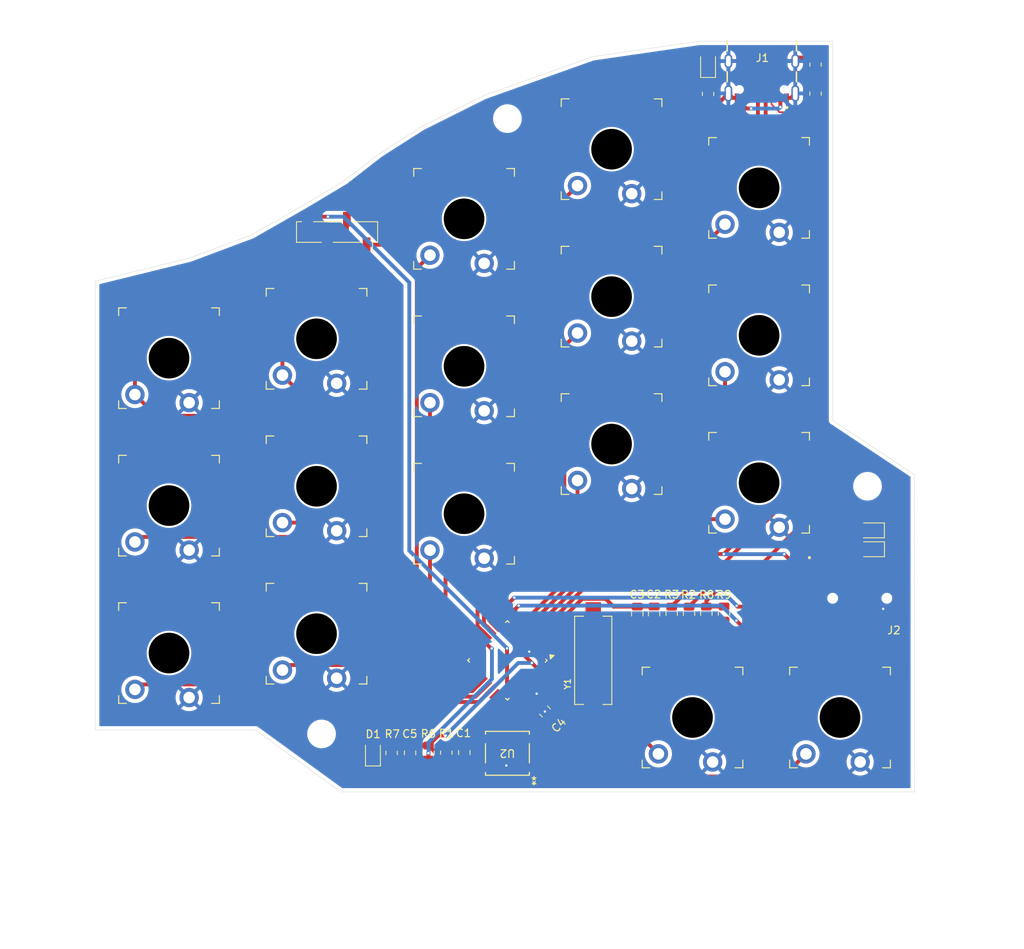
<source format=kicad_pcb>
(kicad_pcb (version 20240108) (generator "pcbnew") (generator_version "8.0")
  (layers (0 "F.Cu" signal) (31 "B.Cu" signal) (34 "B.Paste" user) (35 "F.Paste" user) (36 "B.SilkS" user "B.Silkscreen") (37 "F.SilkS" user "F.Silkscreen") (38 "B.Mask" user) (39 "F.Mask" user) (44 "Edge.Cuts" user))
  (net 0 "")
  (net 1 "GND")
  (net 2 "RST")
  (net 3 "Net-(U1-XTAL1)")
  (net 4 "Net-(U1-PC0{slash}XTAL2)")
  (net 5 "Net-(U1-UCAP)")
  (net 6 "VCC")
  (net 7 "Net-(D1-K)")
  (net 8 "TX")
  (net 9 "Net-(D2-K)")
  (net 10 "Net-(D3-K)")
  (net 11 "RX")
  (net 12 "Net-(D4-K)")
  (net 13 "Net-(J1-CC1)")
  (net 15 "K3")
  (net 16 "K2")
  (net 17 "K4")
  (net 18 "Net-(U1-D+)")
  (net 19 "Net-(U1-D-)")
  (net 20 "K1")
  (net 21 "K5")
  (net 22 "K6")
  (net 23 "K7")
  (net 24 "K8")
  (net 25 "K9")
  (net 26 "K10")
  (net 27 "K11")
  (net 28 "K12")
  (net 29 "K13")
  (net 30 "K14")
  (net 31 "K15")
  (net 32 "K16")
  (net 33 "K17")
  (net 34 "Net-(D1-A)")
  (net 36 "D+")
  (net 37 "D-")
  (net 38 "Net-(J1-CC2)")
  (footprint "LED_SMD:LED_0805_2012Metric" (layer "F.Cu") (at 141.63 140.95 90)
    (property "Reference" "D1")
    (property "Value" "LED" (hide yes))
  )
  (footprint "Resistor_SMD:R_0805_2012Metric" (layer "F.Cu") (at 148.8 140.91 -90)
    (property "Reference" "R6")
    (property "Value" "10k" (hide yes))
  )
  (footprint "Mech_Keyboard:SW_Gateron_LowProfile_THT_New" (layer "F.Cu") (at 172.45 62.95)
    (property "Reference" "S4" (hide yes))
    (property "Value" "Keyswitch" (hide yes))
  )
  (footprint "Mech_Keyboard:SW_Gateron_LowProfile_THT_New" (layer "F.Cu") (at 153.4 71.95)
    (property "Reference" "S3" (hide yes))
    (property "Value" "Keyswitch" (hide yes))
  )
  (footprint "Resistor_SMD:R_0805_2012Metric" (layer "F.Cu") (at 184.91 55.81 90)
    (property "Reference" "R10" (hide yes))
    (property "Value" "220" (hide yes))
  )
  (footprint "Mech_Keyboard:SMT_FS" (layer "F.Cu") (at 159 141 180)
    (property "Reference" "U2")
    (property "Value" "PTS526 SK15 SMTR2 LFS")
  )
  (footprint "Mech_Keyboard:SW_Gateron_LowProfile_THT_New" (layer "F.Cu") (at 134.35 87.45)
    (property "Reference" "S2" (hide yes))
    (property "Value" "Keyswitch" (hide yes))
  )
  (footprint "Mech_Keyboard:GCT_USB4105-GF-A" (layer "F.Cu") (at 191.851033 51.565677 180)
    (property "Reference" "J1")
    (property "Value" "USB4105-GF-A" (hide yes))
  )
  (footprint "MountingHole:MountingHole_3.2mm_M3" (layer "F.Cu") (at 135 138.5)
    (property "Reference" "REF**" (hide yes))
    (property "Value" "MountingHole_3.2mm_M3" (hide yes))
  )
  (footprint "Capacitor_SMD:C_0805_2012Metric" (layer "F.Cu") (at 163.84 135.6 135)
    (property "Reference" "C4")
    (property "Value" "1uf" (hide yes))
  )
  (footprint "Mech_Keyboard:SW_Gateron_LowProfile_THT_New" (layer "F.Cu") (at 191.5 87)
    (property "Reference" "S10" (hide yes))
    (property "Value" "Keyswitch" (hide yes))
  )
  (footprint "Package_QFP:TQFP-32_7x7mm_P0.8mm" (layer "F.Cu") (at 159 129 -135)
    (property "Reference" "U1" (hide yes))
    (property "Value" "ATmega32U2-A" (hide yes))
  )
  (footprint "Resistor_SMD:R_0805_2012Metric" (layer "F.Cu") (at 184.69 122.96 -90)
    (property "Reference" "R8")
    (property "Value" "220" (hide yes))
  )
  (footprint "Mech_Keyboard:SW_Gateron_LowProfile_THT_New" (layer "F.Cu") (at 191.5 106.05)
    (property "Reference" "S15" (hide yes))
    (property "Value" "Keyswitch" (hide yes))
  )
  (footprint "Capacitor_SMD:C_0805_2012Metric" (layer "F.Cu") (at 177.94 122.99 -90)
    (property "Reference" "C2")
    (property "Value" "20pf" (hide yes))
  )
  (footprint "Mech_Keyboard:SW_Gateron_LowProfile_THT_New" (layer "F.Cu") (at 182.9 136.375)
    (property "Reference" "S16" (hide yes))
    (property "Value" "Keyswitch" (hide yes))
  )
  (footprint "Mech_Keyboard:SW_Gateron_LowProfile_THT_New" (layer "F.Cu") (at 134.35 106.5)
    (property "Reference" "S7" (hide yes))
    (property "Value" "Keyswitch" (hide yes))
  )
  (footprint "Capacitor_SMD:C_0805_2012Metric" (layer "F.Cu") (at 146.43 140.95 90)
    (property "Reference" "C5")
    (property "Value" "1uf" (hide yes))
  )
  (footprint "Mech_Keyboard:SW_Gateron_LowProfile_THT_New" (layer "F.Cu") (at 115.3 89.95)
    (property "Reference" "S1" (hide yes))
    (property "Value" "Keyswitch" (hide yes))
  )
  (footprint "Capacitor_SMD:C_0805_2012Metric" (layer "F.Cu") (at 175.77 123 90)
    (property "Reference" "C3")
    (property "Value" "20pf" (hide yes))
  )
  (footprint "Connector_PinSocket_2.54mm:PinSocket_1x04_P2.54mm_Vertical_SMD_Pin1Right" (layer "F.Cu") (at 137 73.65 -90)
    (property "Reference" "J3" (hide yes))
    (property "Value" "Conn_01x04_Pin" (hide yes))
  )
  (footprint "Resistor_SMD:R_0805_2012Metric" (layer "F.Cu") (at 182.45 122.97 -90)
    (property "Reference" "R2")
    (property "Value" "22" (hide yes))
  )
  (footprint "Mech_Keyboard:SW_Gateron_LowProfile_THT_New" (layer "F.Cu") (at 191.5 67.95)
    (property "Reference" "S5" (hide yes))
    (property "Value" "Keyswitch" (hide yes))
  )
  (footprint "MountingHole:MountingHole_3.2mm_M3" (layer "F.Cu") (at 205.5 106.5)
    (property "Reference" "REF**" (hide yes))
    (property "Value" "MountingHole_3.2mm_M3" (hide yes))
  )
  (footprint "Mech_Keyboard:SW_Gateron_LowProfile_THT_New" (layer "F.Cu") (at 115.3 128.05)
    (property "Reference" "S11" (hide yes))
    (property "Value" "Keyswitch" (hide yes))
  )
  (footprint "Resistor_SMD:R_0805_2012Metric" (layer "F.Cu") (at 198.79 55.77 -90)
    (property "Reference" "R4" (hide yes))
    (property "Value" "5.1k" (hide yes))
  )
  (footprint "Resistor_SMD:R_0805_2012Metric" (layer "F.Cu") (at 186.97 122.95 -90)
    (property "Reference" "R9")
    (property "Value" "220" (hide yes))
  )
  (footprint "Mech_Keyboard:SW_Gateron_LowProfile_THT_New" (layer "F.Cu") (at 172.45 82)
    (property "Reference" "S9" (hide yes))
    (property "Value" "Keyswitch" (hide yes))
  )
  (footprint "Mech_Keyboard:SW_Gateron_LowProfile_THT_New" (layer "F.Cu") (at 153.4 91)
    (property "Reference" "S8" (hide yes))
    (property "Value" "Keyswitch" (hide yes))
  )
  (footprint "Capacitor_SMD:C_0805_2012Metric" (layer "F.Cu") (at 153.43 140.91 -90)
    (property "Reference" "C1")
    (property "Value" "1uf" (hide yes))
  )
  (footprint "Resistor_SMD:R_0805_2012Metric" (layer "F.Cu") (at 180.21 122.97 -90)
    (property "Reference" "R3")
    (property "Value" "22" (hide yes))
  )
  (footprint "Mech_Keyboard:SW_Gateron_LowProfile_THT_New" (layer "F.Cu") (at 172.45 101.05)
    (property "Reference" "S14" (hide yes))
    (property "Value" "Keyswitch" (hide yes))
  )
  (footprint "Mech_Keyboard:SW_Gateron_LowProfile_THT_New" (layer "F.Cu") (at 115.3 109)
    (property "Reference" "S6" (hide yes))
    (property "Value" "Keyswitch" (hide yes))
  )
  (footprint "LED_SMD:LED_0805_2012Metric" (layer "F.Cu") (at 184.91 52 90)
    (property "Reference" "D4" (hide yes))
    (property "Value" "LED" (hide yes))
  )
  (footprint "Resistor_SMD:R_0805_2012Metric" (layer "F.Cu") (at 198.79 52.03 90)
    (property "Reference" "R5" (hide yes))
    (property "Value" "5.1k" (hide yes))
  )
  (footprint "Mech_Keyboard:SAMESKY_SJ2-3574A-SMT-TR" (layer "F.Cu") (at 204.497982 120.973578 90)
    (property "Reference" "J2")
    (property "Value" "SJ2-3574A-SMT-TR" (hide yes))
  )
  (footprint "Mech_Keyboard:SW_Gateron_LowProfile_THT_New" (layer "F.Cu") (at 134.35 125.55)
    (property "Reference" "S12" (hide yes))
    (property "Value" "Keyswitch" (hide yes))
  )
  (footprint "MountingHole:MountingHole_3.2mm_M3" (layer "F.Cu") (at 159 59)
    (property "Reference" "REF**" (hide yes))
    (property "Value" "MountingHole_3.2mm_M3" (hide yes))
  )
  (footprint "Mech_Keyboard:SW_Gateron_LowProfile_THT_New" (layer "F.Cu") (at 153.4 110.05)
    (property "Reference" "S13" (hide yes))
    (property "Value" "Keyswitch" (hide yes))
  )
  (footprint "Mech_Keyboard:SW_Gateron_LowProfile_THT_New" (layer "F.Cu") (at 201.95 136.375)
    (property "Reference" "S17" (hide yes))
    (property "Value" "Keyswitch" (hide yes))
  )
  (footprint "Resistor_SMD:R_0805_2012Metric" (layer "F.Cu") (at 151.1 140.92 90)
    (property "Reference" "R1")
    (property "Value" "10k" (hide yes))
  )
  (footprint "Mech_Keyboard:XTAL_ECS-160-20-5PX-TR" (layer "F.Cu") (at 170.08 128.99 90)
    (property "Reference" "Y1")
    (property "Value" "16MHz" (hide yes))
  )
  (footprint "Resistor_SMD:R_0805_2012Metric" (layer "F.Cu") (at 144.04 140.9575 90)
    (property "Reference" "R7")
    (property "Value" "220" (hide yes))
  )
  (footprint "LED_SMD:LED_0805_2012Metric" (layer "F.Cu") (at 205.99 112.2 180)
    (property "Reference" "D2" (hide yes))
    (property "Value" "LED" (hide yes))
  )
  (footprint "LED_SMD:LED_0805_2012Metric" (layer "F.Cu") (at 206 114.64 180)
    (property "Reference" "D3" (hide yes))
    (property "Value" "LED" (hide yes))
  )
  (gr_poly (pts (xy 126.5 138) (xy 105.8 138) (xy 105.8 109) (xy 105.8 80) (xy 111.9 78.5) (xy 118 77) (xy 126 74) (xy 133 70) (xy 138 67) (xy 142.5 63.5) (xy 148 60) (xy 156 56) (xy 170 51) (xy 183.78 49) (xy 201 49) (xy 201 98) (xy 211.55 105) (xy 211.561704 146) (xy 137.5 146)) (stroke (width 0.05)) (fill none) (layer "Edge.Cuts"))
  (segment (start 198.79 51.1175) (end 196.61921 51.1175) (width 0.5) (layer "F.Cu") (net 1))
  (segment (start 172.7 122.05) (end 171.69 121.04) (width 0.5) (layer "F.Cu") (net 1))
  (segment (start 168.657056 121.04) (end 171.69 121.04) (width 0.5) (layer "F.Cu") (net 1))
  (segment (start 152.3 142.99) (end 153.43 141.86) (width 0.5) (layer "F.Cu") (net 1))
  (segment (start 175.78 122.04) (end 175.77 122.05) (width 0.5) (layer "F.Cu") (net 1))
  (segment (start 184.69 121.31) (end 186 120) (width 0.5) (layer "F.Cu") (net 1))
  (segment (start 206.497982 124.523578) (end 206.497982 123.366344) (width 0.5) (layer "F.Cu") (net 1))
  (segment (start 147.02 142.99) (end 152.3 142.99) (width 0.5) (layer "F.Cu") (net 1))
  (segment (start 188.106033 56.320677) (end 187.531033 55.745677) (width 0.5) (layer "F.Cu") (net 1))
  (segment (start 196.61921 51.1175) (end 196.171033 51.565677) (width 0.5) (layer "F.Cu") (net 1))
  (segment (start 161.756215 132.288047) (end 161.722361 132.288047) (width 0.5) (layer "F.Cu") (net 1))
  (segment (start 164.511751 136.271751) (end 163.840001 135.600001) (width 0.5) (layer "F.Cu") (net 1))
  (segment (start 146.43 142.4) (end 147.02 142.99) (width 0.5) (layer "F.Cu") (net 1))
  (segment (start 186.55421 56.7225) (end 187.531033 55.745677) (width 0.5) (layer "F.Cu") (net 1))
  (segment (start 198.79 54.8575) (end 199.94 53.7075) (width 0.5) (layer "F.Cu") (net 1))
  (segment (start 162.853732 126.843324) (end 168.657056 121.04) (width 0.5) (layer "F.Cu") (net 1))
  (segment (start 155.81865 142.8542) (end 158.5858 142.8542) (width 0.5) (layer "F.Cu") (net 1))
  (segment (start 187.531033 51.565677) (end 187.531033 55.745677) (width 0.5) (layer "F.Cu") (net 1))
  (segment (start 146.43 141.9) (end 146.43 142.4) (width 0.5) (layer "F.Cu") (net 1))
  (segment (start 154.4242 142.8542) (end 155.81865 142.8542) (width 0.5) (layer "F.Cu") (net 1))
  (segment (start 146.43 141.9) (end 144.07 141.9) (width 0.5) (layer "F.Cu") (net 1))
  (segment (start 188.651033 56.320677) (end 188.106033 56.320677) (width 0.5) (layer "F.Cu") (net 1))
  (segment (start 162.773101 133.304933) (end 161.756215 132.288047) (width 0.5) (layer "F.Cu") (net 1))
  (segment (start 144.07 141.9) (end 144.04 141.87) (width 0.5) (layer "F.Cu") (net 1))
  (segment (start 195.596033 56.320677) (end 196.171033 55.745677) (width 0.5) (layer "F.Cu") (net 1))
  (segment (start 186.97 122.0375) (end 184.7 122.0375) (width 0.5) (layer "F.Cu") (net 1))
  (segment (start 175.77 122.05) (end 172.7 122.05) (width 0.5) (layer "F.Cu") (net 1))
  (segment (start 199.94 53.7075) (end 199.94 52.2675) (width 0.5) (layer "F.Cu") (net 1))
  (segment (start 195.051033 56.320677) (end 195.596033 56.320677) (width 0.5) (layer "F.Cu") (net 1))
  (segment (start 159.1342 142.8542) (end 158.86 142.58) (width 0.5) (layer "F.Cu") (net 1))
  (segment (start 177.94 122.04) (end 175.78 122.04) (width 0.5) (layer "F.Cu") (net 1))
  (segment (start 187.531033 51.565677) (end 196.171033 51.565677) (width 0.5) (layer "F.Cu") (net 1))
  (segment (start 199.94 52.2675) (end 198.79 51.1175) (width 0.5) (layer "F.Cu") (net 1))
  (segment (start 184.7 122.0375) (end 184.69 122.0475) (width 0.5) (layer "F.Cu") (net 1))
  (segment (start 162.846676 126.843324) (end 161.82 127.87) (width 0.5) (layer "F.Cu") (net 1))
  (segment (start 206.497982 123.366344) (end 207.525 122.339326) (width 0.5) (layer "F.Cu") (net 1))
  (segment (start 184.91 56.7225) (end 186.55421 56.7225) (width 0.5) (layer "F.Cu") (net 1))
  (segment (start 162.18135 142.8542) (end 159.1342 142.8542) (width 0.5) (layer "F.Cu") (net 1))
  (segment (start 153.43 141.86) (end 154.4242 142.8542) (width 0.5) (layer "F.Cu") (net 1))
  (segment (start 158.5858 142.8542) (end 158.86 142.58) (width 0.5) (layer "F.Cu") (net 1))
  (segment (start 162.853732 126.843324) (end 162.846676 126.843324) (width 0.5) (layer "F.Cu") (net 1))
  (segment (start 184.69 122.0475) (end 184.69 121.31) (width 0.5) (layer "F.Cu") (net 1))
  (via (at 207.525 122.339326) (size 0.6) (drill 0.3) (layers "F.Cu" "B.Cu") (net 1))
  (via (at 186 120) (size 0.6) (drill 0.3) (layers "F.Cu" "B.Cu") (net 1))
  (via (at 163.840001 135.600001) (size 0.5) (drill 0.3) (layers "F.Cu" "B.Cu") (net 1))
  (via (at 158.86 142.58) (size 0.5) (drill 0.3) (layers "F.Cu" "B.Cu") (net 1))
  (via (at 162.773101 133.304933) (size 0.6) (drill 0.3) (layers "F.Cu" "B.Cu") (net 1))
  (via (at 161.82 127.87) (size 0.5) (drill 0.3) (layers "F.Cu" "B.Cu") (net 1))
  (segment (start 155.81865 139.1458) (end 162.18135 139.1458) (width 0.5) (layer "F.Cu") (net 2))
  (segment (start 153.43 139.96) (end 151.1475 139.96) (width 0.5) (layer "F.Cu") (net 2))
  (segment (start 154.2442 139.1458) (end 155.81865 139.1458) (width 0.5) (layer "F.Cu") (net 2))
  (segment (start 151.1475 139.96) (end 151.1 140.0075) (width 0.5) (layer "F.Cu") (net 2))
  (segment (start 155.81865 136.141148) (end 155.81865 139.1458) (width 0.5) (layer "F.Cu") (net 2))
  (segment (start 135.825 71.675) (end 133.515 71.675) (width 0.5) (layer "F.Cu") (net 2))
  (segment (start 153.43 139.96) (end 154.2442 139.1458) (width 0.5) (layer "F.Cu") (net 2))
  (segment (start 158.95 127.44) (end 158.95 133.009798) (width 0.5) (layer "F.Cu") (net 2))
  (segment (start 133.515 71.675) (end 133.19 72) (width 0.5) (layer "F.Cu") (net 2))
  (segment (start 157.974695 133.985103) (end 155.81865 136.141148) (width 0.5) (layer "F.Cu") (net 2))
  (segment (start 158.95 133.009798) (end 157.974695 133.985103) (width 0.5) (layer "F.Cu") (net 2))
  (via (at 135.825 71.675) (size 0.5) (drill 0.3) (layers "F.Cu" "B.Cu") (net 2))
  (via (at 158.95 127.44) (size 0.5) (drill 0.3) (layers "F.Cu" "B.Cu") (net 2))
  (segment (start 146.33 80.17) (end 146.33 114.82) (width 0.5) (layer "B.Cu") (net 2))
  (segment (start 137.835 71.675) (end 146.33 80.17) (width 0.5) (layer "B.Cu") (net 2))
  (segment (start 146.33 114.82) (end 158.95 127.44) (width 0.5) (layer "B.Cu") (net 2))
  (segment (start 135.825 71.675) (end 137.835 71.675) (width 0.5) (layer "B.Cu") (net 2))
  (segment (start 167.68 127.08) (end 164.87 127.08) (width 0.5) (layer "F.Cu") (net 3))
  (segment (start 170.08 129.48) (end 173.95 125.61) (width 0.5) (layer "F.Cu") (net 3))
  (segment (start 163.985103 127.964897) (end 163.985103 127.974695) (width 0.5) (layer "F.Cu") (net 3))
  (segment (start 170.08 133.74) (end 170.08 129.48) (width 0.5) (layer "F.Cu") (net 3))
  (segment (start 173.95 125.61) (end 176.27 125.61) (width 0.5) (layer "F.Cu") (net 3))
  (segment (start 170.08 129.48) (end 167.68 127.08) (width 0.5) (layer "F.Cu") (net 3))
  (segment (start 164.87 127.08) (end 163.985103 127.964897) (width 0.5) (layer "F.Cu") (net 3))
  (segment (start 176.27 125.61) (end 177.94 123.94) (width 0.5) (layer "F.Cu") (net 3))
  (segment (start 166.588427 124.24) (end 163.419417 127.40901) (width 0.5) (layer "F.Cu") (net 4))
  (segment (start 175.77 123.95) (end 176.03 123.95) (width 0.5) (layer "F.Cu") (net 4))
  (segment (start 175.77 123.95) (end 170.37 123.95) (width 0.5) (layer "F.Cu") (net 4))
  (segment (start 170.08 124.24) (end 166.588427 124.24) (width 0.5) (layer "F.Cu") (net 4))
  (segment (start 170.37 123.95) (end 170.08 124.24) (width 0.5) (layer "F.Cu") (net 4))
  (segment (start 163.168249 134.928249) (end 163.168249 134.865305) (width 0.5) (layer "F.Cu") (net 5))
  (segment (start 163.168249 134.865305) (end 161.156676 132.853732) (width 0.5) (layer "F.Cu") (net 5))
  (segment (start 183.76 57.281878) (end 183.76 52.2125) (width 0.5) (layer "F.Cu") (net 6))
  (segment (start 150.635 141.8325) (end 148.8 139.9975) (width 0.5) (layer "F.Cu") (net 6))
  (segment (start 162.16 129.331573) (end 163.419417 130.59099) (width 0.5) (layer "F.Cu") (net 6))
  (segment (start 196.172611 106.027389) (end 196.172611 68.203194) (width 0.5) (layer "F.Cu") (net 6))
  (segment (start 162.288047 126.277639) (end 173.310762 115.254924) (width 0.5) (layer "F.Cu") (net 6))
  (segment (start 163.985103 130.025305) (end 163.985102 130.025305) (width 0.5) (layer "F.Cu") (net 6))
  (segment (start 186.945076 115.254924) (end 196.172611 106.027389) (width 0.5) (layer "F.Cu") (net 6))
  (segment (start 162.16 129.33) (end 162.16 129.331573) (width 0.5) (layer "F.Cu") (net 6))
  (segment (start 196.172611 68.203194) (end 189.451033 61.481616) (width 0.5) (layer "F.Cu") (net 6))
  (segment (start 151.03 138.7) (end 150.0975 138.7) (width 0.5) (layer "F.Cu") (net 6))
  (segment (start 189.451033 56.320677) (end 189.451033 57.295677) (width 0.5) (layer "F.Cu") (net 6))
  (segment (start 197.997982 117.523578) (end 196.998578 117.523578) (width 0.5) (layer "F.Cu") (net 6))
  (segment (start 194.241587 57.508413) (end 194.241587 56.330123) (width 0.5) (layer "F.Cu") (net 6))
  (segment (start 146.4325 139.9975) (end 146.43 140) (width 0.5) (layer "F.Cu") (net 6))
  (segment (start 173.310762 115.254924) (end 186.945076 115.254924) (width 0.5) (layer "F.Cu") (net 6))
  (segment (start 148.8 139.9975) (end 146.4325 139.9975) (width 0.5) (layer "F.Cu") (net 6))
  (segment (start 161.12 128.29) (end 162.16 129.33) (width 0.5) (layer "F.Cu") (net 6))
  (segment (start 163.985102 130.025305) (end 163.419417 130.59099) (width 0.5) (layer "F.Cu") (net 6))
  (segment (start 151.04 138.69) (end 151.03 138.7) (width 0.5) (layer "F.Cu") (net 6))
  (segment (start 196.998578 117.523578) (end 194.75 115.275) (width 0.5) (layer "F.Cu") (net 6))
  (segment (start 189.451033 61.481616) (end 187.959738 61.481616) (width 0.5) (layer "F.Cu") (net 6))
  (segment (start 183.76 52.2125) (end 184.91 51.0625) (width 0.5) (layer "F.Cu") (net 6))
  (segment (start 189.855356 57.7) (end 190.475 57.7) (width 0.5) (layer "F.Cu") (net 6))
  (segment (start 150.0975 138.7) (end 148.8 139.9975) (width 0.5) (layer "F.Cu") (net 6))
  (segment (start 161.12 127.445686) (end 161.12 128.29) (width 0.5) (layer "F.Cu") (net 6))
  (segment (start 162.288047 126.277639) (end 161.12 127.445686) (width 0.5) (layer "F.Cu") (net 6))
  (segment (start 151.1 141.8325) (end 150.635 141.8325) (width 0.5) (layer "F.Cu") (net 6))
  (segment (start 187.959738 61.481616) (end 183.76 57.281878) (width 0.5) (layer "F.Cu") (net 6))
  (segment (start 194.241587 56.330123) (end 194.251033 56.320677) (width 0.5) (layer "F.Cu") (net 6))
  (segment (start 189.451033 61.481616) (end 189.451033 56.320677) (width 0.5) (layer "F.Cu") (net 6))
  (segment (start 189.451033 57.295677) (end 189.855356 57.7) (width 0.5) (layer "F.Cu") (net 6))
  (via (at 194.241587 57.508413) (size 0.5) (drill 0.3) (layers "F.Cu" "B.Cu") (net 6))
  (via (at 190.475 57.7) (size 0.5) (drill 0.3) (layers "F.Cu" "B.Cu") (net 6))
  (via (at 194.75 115.275) (size 0.5) (drill 0.3) (layers "F.Cu" "B.Cu") (net 6))
  (via (at 186.945076 115.254924) (size 0.5) (drill 0.3) (layers "F.Cu" "B.Cu") (net 6))
  (via (at 162.16 129.33) (size 0.5) (drill 0.3) (layers "F.Cu" "B.Cu") (net 6))
  (via (at 151.03 138.7) (size 0.5) (drill 0.3) (layers "F.Cu" "B.Cu") (net 6))
  (segment (start 194.75 115.275) (end 186.965152 115.275) (width 0.5) (layer "B.Cu") (net 6))
  (segment (start 186.965152 115.275) (end 186.945076 115.254924) (width 0.5) (layer "B.Cu") (net 6))
  (segment (start 151.03 138.7) (end 160.4 129.33) (width 0.5) (layer "B.Cu") (net 6))
  (segment (start 190.475 57.7) (end 194.05 57.7) (width 0.5) (layer "B.Cu") (net 6))
  (segment (start 194.05 57.7) (end 194.241587 57.508413) (width 0.5) (layer "B.Cu") (net 6))
  (segment (start 160.4 129.33) (end 162.16 129.33) (width 0.5) (layer "B.Cu") (net 6))
  (segment (start 142.1975 141.8875) (end 144.04 140.045) (width 0.5) (layer "F.Cu") (net 7))
  (segment (start 141.63 141.8875) (end 142.1975 141.8875) (width 0.5) (layer "F.Cu") (net 7))
  (segment (start 201.38 117.904252) (end 201.38 115.8725) (width 0.5) (layer "F.Cu") (net 8))
  (segment (start 197.229328 122.054924) (end 188.724924 122.054924) (width 0.5) (layer "F.Cu") (net 8))
  (segment (start 157.974695 122.805305) (end 159.89 120.89) (width 0.5) (layer "F.Cu") (net 8))
  (segment (start 201.38 115.8725) (end 205.0525 112.2) (width 0.5) (layer "F.Cu") (net 8))
  (segment (start 199.497982 124.323578) (end 197.229328 122.054924) (width 0.5) (layer "F.Cu") (net 8))
  (segment (start 188.724924 122.054924) (end 188.6 121.93) (width 0.5) (layer "F.Cu") (net 8))
  (segment (start 197.229328 122.054924) (end 201.38 117.904252) (width 0.5) (layer "F.Cu") (net 8))
  (segment (start 157.974695 124.014897) (end 157.974695 122.805305) (width 0.5) (layer "F.Cu") (net 8))
  (via (at 159.89 120.89) (size 0.5) (drill 0.3) (layers "F.Cu" "B.Cu") (net 8))
  (via (at 188.6 121.93) (size 0.5) (drill 0.3) (layers "F.Cu" "B.Cu") (net 8))
  (segment (start 187.56 120.89) (end 188.6 121.93) (width 0.5) (layer "B.Cu") (net 8))
  (segment (start 159.89 120.89) (end 187.56 120.89) (width 0.5) (layer "B.Cu") (net 8))
  (segment (start 209.9 115.1725) (end 206.9275 112.2) (width 0.5) (layer "F.Cu") (net 9))
  (segment (start 188.8175 128) (end 207.43 128) (width 0.5) (layer "F.Cu") (net 9))
  (segment (start 184.69 123.8725) (end 188.8175 128) (width 0.5) (layer "F.Cu") (net 9))
  (segment (start 209.9 125.53) (end 209.9 115.1725) (width 0.5) (layer "F.Cu") (net 9))
  (segment (start 207.43 128) (end 209.9 125.53) (width 0.5) (layer "F.Cu") (net 9))
  (segment (start 208.947982 116.650482) (end 208.947982 125.322018) (width 0.5) (layer "F.Cu") (net 10))
  (segment (start 206.9375 114.64) (end 208.947982 116.650482) (width 0.5) (layer "F.Cu") (net 10))
  (segment (start 208.947982 125.322018) (end 207.2 127.07) (width 0.5) (layer "F.Cu") (net 10))
  (segment (start 190.1775 127.07) (end 186.97 123.8625) (width 0.5) (layer "F.Cu") (net 10))
  (segment (start 207.2 127.07) (end 190.1775 127.07) (width 0.5) (layer "F.Cu") (net 10))
  (segment (start 205.0625 114.64) (end 205.0625 122.95906) (width 0.5) (layer "F.Cu") (net 11))
  (segment (start 200.80156 126.17) (end 202.447982 124.523578) (width 0.5) (layer "F.Cu") (net 11))
  (segment (start 190.88 126.17) (end 200.80156 126.17) (width 0.5) (layer "F.Cu") (net 11))
  (segment (start 205.0625 122.95906) (end 203.497982 124.523578) (width 0.5) (layer "F.Cu") (net 11))
  (segment (start 188.57 123.86) (end 190.88 126.17) (width 0.5) (layer "F.Cu") (net 11))
  (segment (start 202.447982 124.523578) (end 203.497982 124.523578) (width 0.5) (layer "F.Cu") (net 11))
  (segment (start 160.025305 124.014897) (end 160.025305 122.354695) (width 0.5) (layer "F.Cu") (net 11))
  (segment (start 160.025305 122.354695) (end 160.46 121.92) (width 0.5) (layer "F.Cu") (net 11))
  (via (at 160.46 121.92) (size 0.5) (drill 0.3) (layers "F.Cu" "B.Cu") (net 11))
  (via (at 188.57 123.86) (size 0.5) (drill 0.3) (layers "F.Cu" "B.Cu") (net 11))
  (segment (start 186.63 121.92) (end 188.57 123.86) (width 0.5) (layer "B.Cu") (net 11))
  (segment (start 160.46 121.92) (end 186.63 121.92) (width 0.5) (layer "B.Cu") (net 11))
  (segment (start 184.91 54.8975) (end 184.91 52.9375) (width 0.5) (layer "F.Cu") (net 12))
  (segment (start 193.101033 57.145677) (end 194.130356 58.175) (width 0.2) (layer "F.Cu") (net 13))
  (segment (start 194.130356 58.175) (end 197.8 58.175) (width 0.2) (layer "F.Cu") (net 13))
  (segment (start 198.79 56.6825) (end 198.79 57.185) (width 0.2) (layer "F.Cu") (net 13))
  (segment (start 198.79 57.185) (end 197.8 58.175) (width 0.2) (layer "F.Cu") (net 13))
  (segment (start 193.101033 56.320677) (end 193.101033 57.145677) (width 0.2) (layer "F.Cu") (net 13))
  (segment (start 140.81 75.3) (end 144.25 75.3) (width 0.5) (layer "F.Cu") (net 15))
  (segment (start 154.642754 127.577246) (end 147.3 120.234492) (width 0.5) (layer "F.Cu") (net 15))
  (segment (start 144.25 75.3) (end 147.3 78.35) (width 0.5) (layer "F.Cu") (net 15))
  (segment (start 147.3 78.35) (end 149 76.65) (width 0.5) (layer "F.Cu") (net 15))
  (segment (start 147.3 120.234492) (end 147.3 78.35) (width 0.5) (layer "F.Cu") (net 15))
  (segment (start 154.014897 127.974695) (end 142 115.959798) (width 0.5) (layer "F.Cu") (net 16))
  (segment (start 138.27 76.36005) (end 129.95 84.68005) (width 0.5) (layer "F.Cu") (net 16))
  (segment (start 138.27 72) (end 138.27 76.36005) (width 0.5) (layer "F.Cu") (net 16))
  (segment (start 142 115.959798) (end 142 104.2) (width 0.5) (layer "F.Cu") (net 16))
  (segment (start 129.95 84.68005) (end 129.95 92.15) (width 0.5) (layer "F.Cu") (net 16))
  (segment (start 142 104.2) (end 129.95 92.15) (width 0.5) (layer "F.Cu") (net 16))
  (segment (start 158.75 117.32) (end 164.23 111.84) (width 0.5) (layer "F.Cu") (net 17))
  (segment (start 155.14 120.9) (end 158.72 117.32) (width 0.5) (layer "F.Cu") (net 17))
  (segment (start 158.72 117.32) (end 158.75 117.32) (width 0.5) (layer "F.Cu") (net 17))
  (segment (start 164.23 71.47) (end 168.05 67.65) (width 0.5) (layer "F.Cu") (net 17))
  (segment (start 156.277639 125.711953) (end 155.14 124.574314) (width 0.5) (layer "F.Cu") (net 17))
  (segment (start 155.14 124.574314) (end 155.14 120.9) (width 0.5) (layer "F.Cu") (net 17))
  (segment (start 164.23 111.84) (end 164.23 71.47) (width 0.5) (layer "F.Cu") (net 17))
  (segment (start 168.275686 137.71) (end 171.74995 137.71) (width 0.5) (layer "F.Cu") (net 18))
  (segment (start 162.288047 131.722361) (end 168.275686 137.71) (width 0.5) (layer "F.Cu") (net 18))
  (segment (start 171.74995 137.71) (end 182.45 127.00995) (width 0.5) (layer "F.Cu") (net 18))
  (segment (start 182.45 127.00995) (end 182.45 123.8825) (width 0.5) (layer "F.Cu") (net 18))
  (segment (start 180.21 128.26) (end 171.46 137.01) (width 0.5) (layer "F.Cu") (net 19))
  (segment (start 168.707056 137.01) (end 162.853732 131.156676) (width 0.5) (layer "F.Cu") (net 19))
  (segment (start 180.21 123.8825) (end 180.21 128.26) (width 0.5) (layer "F.Cu") (net 19))
  (segment (start 171.46 137.01) (end 168.707056 137.01) (width 0.5) (layer "F.Cu") (net 19))
  (segment (start 140 116.010408) (end 154.014897 130.025305) (width 0.5) (layer "F.Cu") (net 20))
  (segment (start 110.9 89.930583) (end 110.9 94.65) (width 0.5) (layer "F.Cu") (net 20))
  (segment (start 135.73 75.3) (end 125.530583 75.3) (width 0.5) (layer "F.Cu") (net 20))
  (segment (start 140 105) (end 140 116.010408) (width 0.5) (layer "F.Cu") (net 20))
  (segment (start 110.9 94.65) (end 113.65 97.4) (width 0.5) (layer "F.Cu") (net 20))
  (segment (start 125.530583 75.3) (end 110.9 89.930583) (width 0.5) (layer "F.Cu") (net 20))
  (segment (start 113.65 97.4) (end 132.4 97.4) (width 0.5) (layer "F.Cu") (net 20))
  (segment (start 132.4 97.4) (end 140 105) (width 0.5) (layer "F.Cu") (net 20))
  (segment (start 187.1 72.65) (end 180.21 79.54) (width 0.5) (layer "F.Cu") (net 21))
  (segment (start 180.21 104.961573) (end 180.21 80.38) (width 0.5) (layer "F.Cu") (net 21))
  (segment (start 160.59099 124.580583) (end 180.21 104.961573) (width 0.5) (layer "F.Cu") (net 21))
  (segment (start 180.21 79.54) (end 180.21 80.38) (width 0.5) (layer "F.Cu") (net 21))
  (segment (start 110.9 113.7) (end 111.55 113.05) (width 0.5) (layer "F.Cu") (net 22))
  (segment (start 111.55 113.05) (end 132.73005 113.05) (width 0.5) (layer "F.Cu") (net 22))
  (segment (start 154.129019 132.279989) (end 155.309504 131.099504) (width 0.5) (layer "F.Cu") (net 22))
  (segment (start 151.960039 132.279989) (end 154.129019 132.279989) (width 0.5) (layer "F.Cu") (net 22))
  (segment (start 132.73005 113.05) (end 151.960039 132.279989) (width 0.5) (layer "F.Cu") (net 22))
  (segment (start 131.87 111.2) (end 152.01151 131.34151) (width 0.5) (layer "F.Cu") (net 23))
  (segment (start 152.01151 131.34151) (end 153.830063 131.34151) (width 0.5) (layer "F.Cu") (net 23))
  (segment (start 129.95 111.2) (end 131.87 111.2) (width 0.5) (layer "F.Cu") (net 23))
  (segment (start 153.830063 131.34151) (end 154.580583 130.59099) (width 0.5) (layer "F.Cu") (net 23))
  (segment (start 148.796275 140.983725) (end 148.796275 141.818775) (width 0.5) (layer "F.Cu") (net 24))
  (segment (start 155.711953 126.277639) (end 151.01 121.575686) (width 0.5) (layer "F.Cu") (net 24))
  (segment (start 156.894314 127.46) (end 155.711953 126.277639) (width 0.5) (layer "F.Cu") (net 24))
  (segment (start 148.82 141.8425) (end 148.8 141.8225) (width 0.5) (layer "F.Cu") (net 24))
  (segment (start 148.796275 141.818775) (end 148.8 141.8225) (width 0.5) (layer "F.Cu") (net 24))
  (segment (start 151.01 112.079417) (end 149 110.069417) (width 0.5) (layer "F.Cu") (net 24))
  (segment (start 156.97 127.46) (end 156.894314 127.46) (width 0.5) (layer "F.Cu") (net 24))
  (segment (start 151.01 121.575686) (end 151.01 112.079417) (width 0.5) (layer "F.Cu") (net 24))
  (segment (start 149 110.069417) (end 149 95.7) (width 0.5) (layer "F.Cu") (net 24))
  (via (at 148.796275 140.983725) (size 0.5) (drill 0.3) (layers "F.Cu" "B.Cu") (net 24))
  (via (at 156.97 127.46) (size 0.5) (drill 0.3) (layers "F.Cu" "B.Cu") (net 24))
  (segment (start 148.796275 140.983725) (end 148.82 140.96) (width 0.5) (layer "B.Cu") (net 24))
  (segment (start 148.82 140.96) (end 148.82 139.59) (width 0.5) (layer "B.Cu") (net 24))
  (segment (start 157 127.49) (end 156.97 127.46) (width 0.5) (layer "B.Cu") (net 24))
  (segment (start 157 131.41) (end 157 127.49) (width 0.5) (layer "B.Cu") (net 24))
  (segment (start 148.82 139.59) (end 157 131.41) (width 0.5) (layer "B.Cu") (net 24))
  (segment (start 166.35 88.4) (end 166.35 111.24) (width 0.5) (layer "F.Cu") (net 25))
  (segment (start 158.925 118.665) (end 155.97 121.62) (width 0.5) (layer "F.Cu") (net 25))
  (segment (start 168.05 86.7) (end 166.35 88.4) (width 0.5) (layer "F.Cu") (net 25))
  (segment (start 166.35 111.24) (end 158.925 118.665) (width 0.5) (layer "F.Cu") (net 25))
  (segment (start 155.97 124.272944) (end 156.843324 125.146268) (width 0.5) (layer "F.Cu") (net 25))
  (segment (start 155.97 121.62) (end 155.97 124.272944) (width 0.5) (layer "F.Cu") (net 25))
  (segment (start 187.1 99.202944) (end 161.156676 125.146268) (width 0.5) (layer "F.Cu") (net 26))
  (segment (start 187.1 91.7) (end 187.1 99.202944) (width 0.5) (layer "F.Cu") (net 26))
  (segment (start 123.852082 132.1) (end 125.432071 133.679989) (width 0.5) (layer "F.Cu") (net 27))
  (segment (start 110.9 132.75) (end 111.55 132.1) (width 0.5) (layer "F.Cu") (net 27))
  (segment (start 154.885697 133.679989) (end 156.277639 132.288047) (width 0.5) (layer "F.Cu") (net 27))
  (segment (start 111.55 132.1) (end 123.852082 132.1) (width 0.5) (layer "F.Cu") (net 27))
  (segment (start 125.432071 133.679989) (end 154.885697 133.679989) (width 0.5) (layer "F.Cu") (net 27))
  (segment (start 154.454325 132.979989) (end 155.711953 131.722361) (width 0.5) (layer "F.Cu") (net 28))
  (segment (start 129.95 130.25) (end 130.6 129.6) (width 0.5) (layer "F.Cu") (net 28))
  (segment (start 130.6 129.6) (end 141.6 129.6) (width 0.5) (layer "F.Cu") (net 28))
  (segment (start 144.979989 132.979989) (end 154.454325 132.979989) (width 0.5) (layer "F.Cu") (net 28))
  (segment (start 141.6 129.6) (end 144.979989 132.979989) (width 0.5) (layer "F.Cu") (net 28))
  (segment (start 155.146268 126.843324) (end 149 120.697056) (width 0.5) (layer "F.Cu") (net 29))
  (segment (start 149 120.697056) (end 149 114.75) (width 0.5) (layer "F.Cu") (net 29))
  (segment (start 156.67 122.54) (end 168.05 111.16) (width 0.5) (layer "F.Cu") (net 30))
  (segment (start 157.40901 124.580583) (end 156.67 123.841573) (width 0.5) (layer "F.Cu") (net 30))
  (segment (start 156.67 123.841573) (end 156.67 122.54) (width 0.5) (layer "F.Cu") (net 30))
  (segment (start 168.05 111.16) (end 168.05 105.75) (width 0.5) (layer "F.Cu") (net 30))
  (segment (start 176.72 110.75) (end 176.702157 110.732157) (width 0.5) (layer "F.Cu") (net 31))
  (segment (start 176.702157 110.732157) (end 161.722361 125.711953) (width 0.5) (layer "F.Cu") (net 31))
  (segment (start 187.1 110.75) (end 176.72 110.75) (width 0.5) (layer "F.Cu") (net 31))
  (segment (start 177.125 139.7) (end 165.56 139.7) (width 0.5) (layer "F.Cu") (net 32))
  (segment (start 178.5 141.075) (end 177.125 139.7) (width 0.5) (layer "F.Cu") (net 32))
  (segment (start 178.5 141.075) (end 178.5 140.6) (width 0.5) (layer "F.Cu") (net 32))
  (segment (start 161.235445 135.375445) (end 161.235445 134.063872) (width 0.5) (layer "F.Cu") (net 32))
  (segment (start 165.56 139.7) (end 161.235445 135.375445) (width 0.5) (layer "F.Cu") (net 32))
  (segment (start 161.235445 134.063872) (end 160.59099 133.419417) (width 0.5) (layer "F.Cu") (net 32))
  (segment (start 160.025305 135.365305) (end 168.66 144) (width 0.5) (layer "F.Cu") (net 33))
  (segment (start 194.625 144) (end 194.8125 143.8125) (width 0.5) (layer "F.Cu") (net 33))
  (segment (start 194.8125 143.8125) (end 197.55 141.075) (width 0.5) (layer "F.Cu") (net 33))
  (segment (start 168.66 144) (end 194.625 144) (width 0.5) (layer "F.Cu") (net 33))
  (segment (start 160.025305 133.985103) (end 160.025305 135.365305) (width 0.5) (layer "F.Cu") (net 33))
  (segment (start 141.63 140.0125) (end 147.262511 134.379989) (width 0.5) (layer "F.Cu") (net 34))
  (segment (start 155.317067 134.379989) (end 156.843324 132.853732) (width 0.5) (layer "F.Cu") (net 34))
  (segment (start 147.262511 134.379989) (end 155.317067 134.379989) (width 0.5) (layer "F.Cu") (net 34))
  (segment (start 192.35 60.375) (end 192.35 56.320677) (width 0.5) (layer "F.Cu") (net 36))
  (segment (start 199.14 109.285) (end 199.14 67.165) (width 0.5) (layer "F.Cu") (net 36))
  (segment (start 186.3475 118.16) (end 190.265 118.16) (width 0.5) (layer "F.Cu") (net 36))
  (segment (start 199.14 67.165) (end 192.35 60.375) (width 0.5) (layer "F.Cu") (net 36))
  (segment (start 182.45 122.0575) (end 186.3475 118.16) (width 0.5) (layer "F.Cu") (net 36))
  (segment (start 192.101033 56.320677) (end 192.35 56.320677) (width 0.2) (layer "F.Cu") (net 36))
  (segment (start 190.265 118.16) (end 199.14 109.285) (width 0.5) (layer "F.Cu") (net 36))
  (segment (start 192.35 56.320677) (end 192.601033 56.320677) (width 0.2) (layer "F.Cu") (net 36))
  (segment (start 191.35 56.320677) (end 191.601033 56.320677) (width 0.2) (layer "F.Cu") (net 37))
  (segment (start 191.101033 56.320677) (end 191.35 56.320677) (width 0.2) (layer "F.Cu") (net 37))
  (segment (start 180.21 122.015) (end 185.75 116.475) (width 0.5) (layer "F.Cu") (net 37))
  (segment (start 191.35 61.45) (end 191.35 56.320677) (width 0.5) (layer "F.Cu") (net 37))
  (segment (start 180.21 122.0575) (end 180.21 122.015) (width 0.5) (layer "F.Cu") (net 37))
  (segment (start 186.925 116.475) (end 197.65 105.75) (width 0.5) (layer "F.Cu") (net 37))
  (segment (start 197.65 67.75) (end 191.35 61.45) (width 0.5) (layer "F.Cu") (net 37))
  (segment (start 185.75 116.475) (end 186.925 116.475) (width 0.5) (layer "F.Cu") (net 37))
  (segment (start 197.65 105.75) (end 197.65 67.75) (width 0.5) (layer "F.Cu") (net 37))
  (segment (start 190.101033 56.320677) (end 190.101033 55.495677) (width 0.2) (layer "F.Cu") (net 38))
  (segment (start 192.65421 52.9425) (end 198.79 52.9425) (width 0.2) (layer "F.Cu") (net 38))
  (segment (start 190.101033 55.495677) (end 192.65421 52.9425) (width 0.2) (layer "F.Cu") (net 38))
  (zone (net 1) (net_name "GND") (layer "B.Cu") (name "gnd plane") (connect_pads (clearance 0.5)) (min_thickness 0.25) (fill yes (thermal_gap 0.5) (thermal_bridge_width 0.5))
    (polygon (pts (xy 225.725 43.675) (xy 207.642865 43.914504) (xy 95.55 44.25) (xy 93.475 166.275) (xy 221.575 165.725)))
  )
)
</source>
